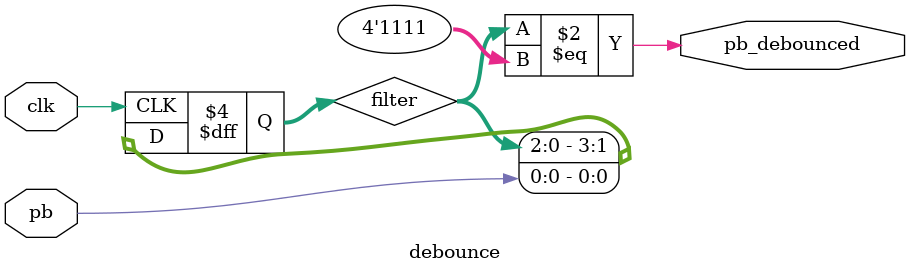
<source format=v>
module debounce(pb_debounced, pb, clk);
  output pb_debounced;
  input clk;
  input pb;

  reg [3:0] filter = 0;
  always@(posedge clk) filter[3:0] <= {filter[2:0], pb};

  assign pb_debounced = (filter == 4'b1111);
endmodule
</source>
